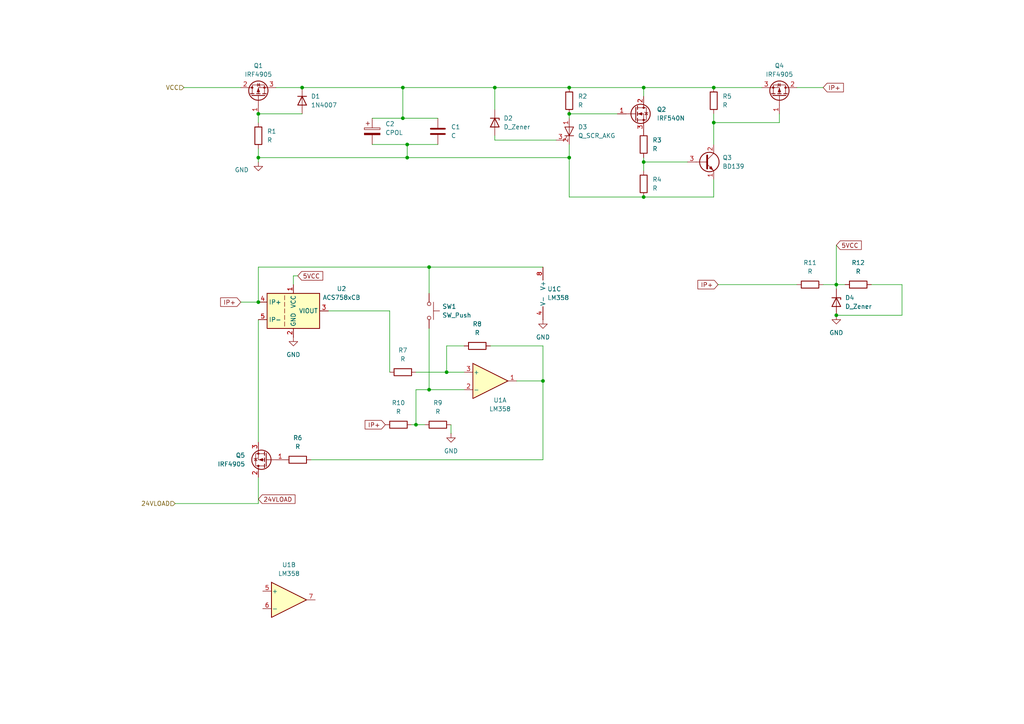
<source format=kicad_sch>
(kicad_sch (version 20250114) (generator "eeschema") (generator_version "9.0")
  (paper "A4")
  (lib_symbols
    (symbol "Amplifier_Operational:LM358" (pin_names (offset 0.127))
      (property "Reference" "U" (at 0 5.08 0))
      (property "Value" "LM358" (at 0 -5.08 0))
      (symbol "LM358_1_1"
        (polyline (pts (xy -5.08 5.08) (xy 5.08 0) (xy -5.08 -5.08) (xy -5.08 5.08)) (stroke (width 0.254)) (fill (type background)))
        (pin input line (at -7.62 2.54 0) (length 2.54) (name "+") (number "3"))
        (pin input line (at -7.62 -2.54 0) (length 2.54) (name "-") (number "2"))
        (pin output line (at 7.62 0 180) (length 2.54) (name "~") (number "1"))
      )
      (symbol "LM358_2_1"
        (polyline (pts (xy -5.08 5.08) (xy 5.08 0) (xy -5.08 -5.08) (xy -5.08 5.08)) (stroke (width 0.254)) (fill (type background)))
        (pin input line (at -7.62 2.54 0) (length 2.54) (name "+") (number "5"))
        (pin input line (at -7.62 -2.54 0) (length 2.54) (name "-") (number "6"))
        (pin output line (at 7.62 0 180) (length 2.54) (name "~") (number "7"))
      )
      (symbol "LM358_3_1"
        (pin power_in line (at -2.54 7.62 270) (length 3.81) (name "V+") (number "8"))
        (pin power_in line (at -2.54 -7.62 90) (length 3.81) (name "V-") (number "4"))
      )
    )
    (symbol "Device:C" (pin_numbers (hide yes)) (pin_names (offset 0.254))
      (property "Reference" "C" (at 0.635 2.54 0))
      (property "Value" "C" (at 0.635 -2.54 0))
      (symbol "C_0_1"
        (polyline (pts (xy -2.032 0.762) (xy 2.032 0.762)) (stroke (width 0.508)))
        (polyline (pts (xy -2.032 -0.762) (xy 2.032 -0.762)) (stroke (width 0.508)))
      )
      (symbol "C_1_1"
        (pin passive line (at 0 3.81 270) (length 2.794) (name "~") (number "1"))
        (pin passive line (at 0 -3.81 90) (length 2.794) (name "~") (number "2"))
      )
    )
    (symbol "Device:C_Polarized" (pin_numbers (hide yes)) (pin_names (offset 0.254))
      (property "Reference" "C" (at 0.635 2.54 0))
      (property "Value" "C_Polarized" (at 0.635 -2.54 0))
      (symbol "C_Polarized_0_1"
        (rectangle (start -2.286 0.508) (end 2.286 1.016))
        (polyline (pts (xy -1.778 2.286) (xy -0.762 2.286)))
        (polyline (pts (xy -1.27 2.794) (xy -1.27 1.778)))
        (rectangle (start 2.286 -0.508) (end -2.286 -1.016) (fill (type outline)))
      )
      (symbol "C_Polarized_1_1"
        (pin passive line (at 0 3.81 270) (length 2.794) (name "~") (number "1"))
        (pin passive line (at 0 -3.81 90) (length 2.794) (name "~") (number "2"))
      )
    )
    (symbol "Device:D_Zener" (pin_numbers (hide yes)) (pin_names (offset 1.016) (hide yes))
      (property "Reference" "D" (at 0 2.54 0))
      (property "Value" "D_Zener" (at 0 -2.54 0))
      (symbol "D_Zener_0_1"
        (polyline (pts (xy -1.27 -1.27) (xy -1.27 1.27) (xy -0.762 1.27)) (stroke (width 0.254)))
        (polyline (pts (xy 1.27 0) (xy -1.27 0)))
        (polyline (pts (xy 1.27 -1.27) (xy 1.27 1.27) (xy -1.27 0) (xy 1.27 -1.27)) (stroke (width 0.254)))
      )
      (symbol "D_Zener_1_1"
        (pin passive line (at -3.81 0 0) (length 2.54) (name "K") (number "1"))
        (pin passive line (at 3.81 0 180) (length 2.54) (name "A") (number "2"))
      )
    )
    (symbol "Device:Q_SCR_AKG" (pin_names (offset 0) (hide yes))
      (property "Reference" "D" (at 1.905 0.635 0))
      (property "Value" "Q_SCR_AKG" (at 1.905 -1.27 0))
      (symbol "Q_SCR_AKG_0_1"
        (polyline (pts (xy -1.27 1.27) (xy 1.27 1.27) (xy 0 -1.27) (xy -1.27 1.27)) (stroke (width 0.2032)))
        (polyline (pts (xy -1.27 -1.27) (xy 1.27 -1.27)) (stroke (width 0.2032)))
        (polyline (pts (xy -1.27 -2.54) (xy -0.635 -1.27)))
        (polyline (pts (xy 0 -2.54) (xy 0 2.54)))
      )
      (symbol "Q_SCR_AKG_1_1"
        (pin input line (at -3.81 -2.54 0) (length 2.54) (name "G") (number "3"))
        (pin passive line (at 0 3.81 270) (length 2.54) (name "A") (number "1"))
        (pin passive line (at 0 -3.81 90) (length 2.54) (name "K") (number "2"))
      )
    )
    (symbol "Device:R" (pin_numbers (hide yes)) (pin_names (offset 0))
      (property "Reference" "R" (at 2.032 0 90))
      (property "Value" "R" (at 0 0 90))
      (symbol "R_0_1"
        (rectangle (start -1.016 -2.54) (end 1.016 2.54) (stroke (width 0.254)))
      )
      (symbol "R_1_1"
        (pin passive line (at 0 3.81 270) (length 1.27) (name "~") (number "1"))
        (pin passive line (at 0 -3.81 90) (length 1.27) (name "~") (number "2"))
      )
    )
    (symbol "Diode:1N4007" (pin_numbers (hide yes)) (pin_names (hide yes))
      (property "Reference" "D" (at 0 2.54 0))
      (property "Value" "1N4007" (at 0 -2.54 0))
      (symbol "1N4007_0_1"
        (polyline (pts (xy -1.27 1.27) (xy -1.27 -1.27)) (stroke (width 0.254)))
        (polyline (pts (xy 1.27 1.27) (xy 1.27 -1.27) (xy -1.27 0) (xy 1.27 1.27)) (stroke (width 0.254)))
        (polyline (pts (xy 1.27 0) (xy -1.27 0)))
      )
      (symbol "1N4007_1_1"
        (pin passive line (at -3.81 0 0) (length 2.54) (name "K") (number "1"))
        (pin passive line (at 3.81 0 180) (length 2.54) (name "A") (number "2"))
      )
    )
    (symbol "Sensor_Current:ACS758xCB-050B-PFF"
      (property "Reference" "U" (at -7.62 6.35 0))
      (property "Value" "ACS758xCB-050B-PFF" (at 2.54 6.35 0))
      (symbol "ACS758xCB-050B-PFF_0_1"
        (rectangle (start -7.62 5.08) (end 7.62 -5.08) (stroke (width 0.254)) (fill (type background)))
        (polyline (pts (xy -2.54 3.175) (xy -2.54 4.445)))
        (polyline (pts (xy -2.54 1.27) (xy -2.54 2.54)))
        (polyline (pts (xy -2.54 0.635) (xy -2.54 -0.635)))
        (polyline (pts (xy -2.54 -1.27) (xy -2.54 -2.54)))
        (polyline (pts (xy -2.54 -3.175) (xy -2.54 -4.445)))
      )
      (symbol "ACS758xCB-050B-PFF_1_1"
        (pin passive line (at -10.16 2.54 0) (length 2.54) (name "IP+") (number "4"))
        (pin passive line (at -10.16 -2.54 0) (length 2.54) (name "IP-") (number "5"))
        (pin power_in line (at 0 7.62 270) (length 2.54) (name "VCC") (number "1"))
        (pin power_in line (at 0 -7.62 90) (length 2.54) (name "GND") (number "2"))
        (pin output line (at 10.16 0 180) (length 2.54) (name "VIOUT") (number "3"))
      )
    )
    (symbol "Switch:SW_Push" (pin_numbers (hide yes)) (pin_names (offset 1.016) (hide yes))
      (property "Reference" "SW" (at 1.27 2.54 0))
      (property "Value" "SW_Push" (at 0 -1.524 0))
      (symbol "SW_Push_0_1"
        (circle (center -2.032 0) (radius 0.508))
        (polyline (pts (xy 0 1.27) (xy 0 3.048)))
        (circle (center 2.032 0) (radius 0.508))
        (polyline (pts (xy 2.54 1.27) (xy -2.54 1.27)))
        (pin passive line (at -5.08 0 0) (length 2.54) (name "1") (number "1"))
        (pin passive line (at 5.08 0 180) (length 2.54) (name "2") (number "2"))
      )
    )
    (symbol "Transistor_BJT:BD139" (pin_names (offset 0) (hide yes))
      (property "Reference" "Q" (at 5.08 1.905 0))
      (property "Value" "BD139" (at 5.08 0 0))
      (symbol "BD139_0_1"
        (polyline (pts (xy -2.54 0) (xy 0.635 0)))
        (polyline (pts (xy 0.635 1.905) (xy 0.635 -1.905)) (stroke (width 0.508)))
        (circle (center 1.27 0) (radius 2.8194) (stroke (width 0.254)))
      )
      (symbol "BD139_1_1"
        (polyline (pts (xy 0.635 0.635) (xy 2.54 2.54)))
        (polyline (pts (xy 0.635 -0.635) (xy 2.54 -2.54)))
        (polyline (pts (xy 1.27 -1.778) (xy 1.778 -1.27) (xy 2.286 -2.286) (xy 1.27 -1.778)) (fill (type outline)))
        (pin input line (at -5.08 0 0) (length 2.54) (name "B") (number "3"))
        (pin passive line (at 2.54 5.08 270) (length 2.54) (name "C") (number "2"))
        (pin passive line (at 2.54 -5.08 90) (length 2.54) (name "E") (number "1"))
      )
    )
    (symbol "Transistor_FET:IRF4905" (pin_names (hide yes))
      (property "Reference" "Q" (at 5.08 1.905 0))
      (property "Value" "IRF4905" (at 5.08 0 0))
      (symbol "IRF4905_0_1"
        (polyline (pts (xy 0.254 1.905) (xy 0.254 -1.905)) (stroke (width 0.254)))
        (polyline (pts (xy 0.254 0) (xy -2.54 0)))
        (polyline (pts (xy 0.762 2.286) (xy 0.762 1.27)) (stroke (width 0.254)))
        (polyline (pts (xy 0.762 1.778) (xy 3.302 1.778) (xy 3.302 -1.778) (xy 0.762 -1.778)))
        (polyline (pts (xy 0.762 0.508) (xy 0.762 -0.508)) (stroke (width 0.254)))
        (polyline (pts (xy 0.762 -1.27) (xy 0.762 -2.286)) (stroke (width 0.254)))
        (circle (center 1.651 0) (radius 2.794) (stroke (width 0.254)))
        (polyline (pts (xy 2.286 0) (xy 1.27 0.381) (xy 1.27 -0.381) (xy 2.286 0)) (fill (type outline)))
        (polyline (pts (xy 2.54 2.54) (xy 2.54 1.778)))
        (circle (center 2.54 1.778) (radius 0.254) (fill (type outline)))
        (circle (center 2.54 -1.778) (radius 0.254) (fill (type outline)))
        (polyline (pts (xy 2.54 -2.54) (xy 2.54 0) (xy 0.762 0)))
        (polyline (pts (xy 2.794 -0.508) (xy 2.921 -0.381) (xy 3.683 -0.381) (xy 3.81 -0.254)))
        (polyline (pts (xy 3.302 -0.381) (xy 2.921 0.254) (xy 3.683 0.254) (xy 3.302 -0.381)))
      )
      (symbol "IRF4905_1_1"
        (pin input line (at -5.08 0 0) (length 2.54) (name "G") (number "1"))
        (pin passive line (at 2.54 5.08 270) (length 2.54) (name "D") (number "2"))
        (pin passive line (at 2.54 -5.08 90) (length 2.54) (name "S") (number "3"))
      )
    )
    (symbol "Transistor_FET:IRF540N" (pin_names (hide yes))
      (property "Reference" "Q" (at 5.08 1.905 0))
      (property "Value" "IRF540N" (at 5.08 0 0))
      (symbol "IRF540N_0_1"
        (polyline (pts (xy 0.254 1.905) (xy 0.254 -1.905)) (stroke (width 0.254)))
        (polyline (pts (xy 0.254 0) (xy -2.54 0)))
        (polyline (pts (xy 0.762 2.286) (xy 0.762 1.27)) (stroke (width 0.254)))
        (polyline (pts (xy 0.762 0.508) (xy 0.762 -0.508)) (stroke (width 0.254)))
        (polyline (pts (xy 0.762 -1.27) (xy 0.762 -2.286)) (stroke (width 0.254)))
        (polyline (pts (xy 0.762 -1.778) (xy 3.302 -1.778) (xy 3.302 1.778) (xy 0.762 1.778)))
        (polyline (pts (xy 1.016 0) (xy 2.032 0.381) (xy 2.032 -0.381) (xy 1.016 0)) (fill (type outline)))
        (circle (center 1.651 0) (radius 2.794) (stroke (width 0.254)))
        (polyline (pts (xy 2.54 2.54) (xy 2.54 1.778)))
        (circle (center 2.54 1.778) (radius 0.254) (fill (type outline)))
        (circle (center 2.54 -1.778) (radius 0.254) (fill (type outline)))
        (polyline (pts (xy 2.54 -2.54) (xy 2.54 0) (xy 0.762 0)))
        (polyline (pts (xy 2.794 0.508) (xy 2.921 0.381) (xy 3.683 0.381) (xy 3.81 0.254)))
        (polyline (pts (xy 3.302 0.381) (xy 2.921 -0.254) (xy 3.683 -0.254) (xy 3.302 0.381)))
      )
      (symbol "IRF540N_1_1"
        (pin input line (at -5.08 0 0) (length 2.54) (name "G") (number "1"))
        (pin passive line (at 2.54 5.08 270) (length 2.54) (name "D") (number "2"))
        (pin passive line (at 2.54 -5.08 90) (length 2.54) (name "S") (number "3"))
      )
    )
    (symbol "power:GND" (power) (pin_numbers (hide yes)) (pin_names (offset 0) (hide yes))
      (property "Value" "GND" (at 0 -3.81 0))
      (symbol "GND_0_1"
        (polyline (pts (xy 0 0) (xy 0 -1.27) (xy 1.27 -1.27) (xy 0 -2.54) (xy -1.27 -1.27) (xy 0 -1.27)))
      )
      (symbol "GND_1_1"
        (pin power_in line (at 0 0 270) (length 0) (name "~") (number "1"))
      )
    )
  )
  (junction (at 116.84 25.4))
  (junction (at 74.93 33.02))
  (junction (at 118.11 41.91))
  (junction (at 165.1 45.72))
  (junction (at 74.93 45.72))
  (junction (at 165.1 25.4))
  (junction (at 165.1 33.02))
  (junction (at 74.93 87.63))
  (junction (at 186.69 57.15))
  (junction (at 207.01 35.56))
  (junction (at 120.65 123.19))
  (junction (at 129.54 107.95))
  (junction (at 207.01 25.4))
  (junction (at 242.57 91.44))
  (junction (at 124.46 77.47))
  (junction (at 87.63 25.4))
  (junction (at 143.51 25.4))
  (junction (at 186.69 46.99))
  (junction (at 157.48 110.49))
  (junction (at 186.69 25.4))
  (junction (at 118.11 45.72))
  (junction (at 124.46 113.03))
  (junction (at 242.57 82.55))
  (junction (at 116.84 34.29))
  (wire (pts (xy 261.62 91.44) (xy 242.57 91.44)))
  (wire (pts (xy 85.09 80.01) (xy 86.36 80.01)))
  (wire (pts (xy 116.84 34.29) (xy 116.84 25.4)))
  (wire (pts (xy 107.95 34.29) (xy 116.84 34.29)))
  (wire (pts (xy 186.69 46.99) (xy 186.69 45.72)))
  (wire (pts (xy 143.51 25.4) (xy 165.1 25.4)))
  (wire (pts (xy 120.65 123.19) (xy 123.19 123.19)))
  (wire (pts (xy 186.69 25.4) (xy 165.1 25.4)))
  (wire (pts (xy 69.85 87.63) (xy 74.93 87.63)))
  (wire (pts (xy 157.48 110.49) (xy 149.86 110.49)))
  (wire (pts (xy 242.57 71.12) (xy 242.57 82.55)))
  (wire (pts (xy 120.65 113.03) (xy 120.65 123.19)))
  (wire (pts (xy 186.69 46.99) (xy 199.39 46.99)))
  (wire (pts (xy 165.1 33.02) (xy 179.07 33.02)))
  (wire (pts (xy 207.01 25.4) (xy 220.98 25.4)))
  (wire (pts (xy 165.1 33.02) (xy 165.1 34.29)))
  (wire (pts (xy 119.38 123.19) (xy 120.65 123.19)))
  (wire (pts (xy 74.93 45.72) (xy 74.93 46.99)))
  (wire (pts (xy 143.51 25.4) (xy 116.84 25.4)))
  (wire (pts (xy 186.69 25.4) (xy 207.01 25.4)))
  (wire (pts (xy 129.54 107.95) (xy 134.62 107.95)))
  (wire (pts (xy 124.46 113.03) (xy 120.65 113.03)))
  (wire (pts (xy 74.93 77.47) (xy 74.93 87.63)))
  (wire (pts (xy 116.84 34.29) (xy 127 34.29)))
  (wire (pts (xy 157.48 133.35) (xy 157.48 110.49)))
  (wire (pts (xy 74.93 138.43) (xy 74.93 146.05)))
  (wire (pts (xy 113.03 107.95) (xy 113.03 90.17)))
  (wire (pts (xy 186.69 27.94) (xy 186.69 25.4)))
  (wire (pts (xy 113.03 90.17) (xy 95.25 90.17)))
  (wire (pts (xy 120.65 107.95) (xy 129.54 107.95)))
  (wire (pts (xy 252.73 82.55) (xy 261.62 82.55)))
  (wire (pts (xy 50.8 146.05) (xy 74.93 146.05)))
  (wire (pts (xy 186.69 57.15) (xy 165.1 57.15)))
  (wire (pts (xy 208.28 82.55) (xy 231.14 82.55)))
  (wire (pts (xy 87.63 33.02) (xy 74.93 33.02)))
  (wire (pts (xy 118.11 45.72) (xy 74.93 45.72)))
  (wire (pts (xy 134.62 113.03) (xy 124.46 113.03)))
  (wire (pts (xy 226.06 35.56) (xy 207.01 35.56)))
  (wire (pts (xy 143.51 31.75) (xy 143.51 25.4)))
  (wire (pts (xy 157.48 100.33) (xy 157.48 110.49)))
  (wire (pts (xy 165.1 45.72) (xy 118.11 45.72)))
  (wire (pts (xy 134.62 100.33) (xy 129.54 100.33)))
  (wire (pts (xy 85.09 82.55) (xy 85.09 80.01)))
  (wire (pts (xy 80.01 25.4) (xy 87.63 25.4)))
  (wire (pts (xy 118.11 41.91) (xy 127 41.91)))
  (wire (pts (xy 74.93 77.47) (xy 124.46 77.47)))
  (wire (pts (xy 207.01 57.15) (xy 186.69 57.15)))
  (wire (pts (xy 231.14 25.4) (xy 238.76 25.4)))
  (wire (pts (xy 242.57 82.55) (xy 242.57 83.82)))
  (wire (pts (xy 129.54 100.33) (xy 129.54 107.95)))
  (wire (pts (xy 157.48 77.47) (xy 124.46 77.47)))
  (wire (pts (xy 207.01 52.07) (xy 207.01 57.15)))
  (wire (pts (xy 242.57 82.55) (xy 245.11 82.55)))
  (wire (pts (xy 186.69 49.53) (xy 186.69 46.99)))
  (wire (pts (xy 124.46 95.25) (xy 124.46 113.03)))
  (wire (pts (xy 161.29 40.64) (xy 143.51 40.64)))
  (wire (pts (xy 124.46 77.47) (xy 124.46 85.09)))
  (wire (pts (xy 143.51 40.64) (xy 143.51 39.37)))
  (wire (pts (xy 238.76 82.55) (xy 242.57 82.55)))
  (wire (pts (xy 261.62 82.55) (xy 261.62 91.44)))
  (wire (pts (xy 74.93 33.02) (xy 74.93 35.56)))
  (wire (pts (xy 165.1 41.91) (xy 165.1 45.72)))
  (wire (pts (xy 74.93 92.71) (xy 74.93 128.27)))
  (wire (pts (xy 142.24 100.33) (xy 157.48 100.33)))
  (wire (pts (xy 116.84 25.4) (xy 87.63 25.4)))
  (wire (pts (xy 226.06 33.02) (xy 226.06 35.56)))
  (wire (pts (xy 165.1 57.15) (xy 165.1 45.72)))
  (wire (pts (xy 53.34 25.4) (xy 69.85 25.4)))
  (wire (pts (xy 118.11 41.91) (xy 118.11 45.72)))
  (wire (pts (xy 107.95 41.91) (xy 118.11 41.91)))
  (wire (pts (xy 207.01 35.56) (xy 207.01 41.91)))
  (wire (pts (xy 90.17 133.35) (xy 157.48 133.35)))
  (wire (pts (xy 74.93 43.18) (xy 74.93 45.72)))
  (wire (pts (xy 207.01 33.02) (xy 207.01 35.56)))
  (wire (pts (xy 130.81 123.19) (xy 130.81 125.73)))
  (global_label "IP+" (shape input) (at 208.28 82.55 180) (property "Intersheetrefs" "${INTERSHEET_REFS}" (effects (hide yes))))
  (global_label "IP+" (shape input) (at 238.76 25.4 0) (property "Intersheetrefs" "${INTERSHEET_REFS}" (effects (hide yes))))
  (global_label "5VCC" (shape input) (at 86.36 80.01 0) (property "Intersheetrefs" "${INTERSHEET_REFS}" (effects (hide yes))))
  (global_label "24VLOAD" (shape input) (at 74.93 144.78 0) (property "Intersheetrefs" "${INTERSHEET_REFS}" (effects (hide yes))))
  (global_label "IP+" (shape input) (at 69.85 87.63 180) (property "Intersheetrefs" "${INTERSHEET_REFS}" (effects (hide yes))))
  (global_label "5VCC" (shape input) (at 242.57 71.12 0) (property "Intersheetrefs" "${INTERSHEET_REFS}" (effects (hide yes))))
  (global_label "IP+" (shape input) (at 111.76 123.19 180) (property "Intersheetrefs" "${INTERSHEET_REFS}" (effects (hide yes))))
  (hierarchical_label "24VLOAD" (shape input) (at 50.8 146.05 180))
  (hierarchical_label "VCC" (shape input) (at 53.34 25.4 180))
  (symbol (lib_id "Device:C_Polarized") (at 107.95 38.1 0) (unit 1)
    (property "Reference" "C2" (at 111.76 35.9409 0) (effects (justify left)))
    (property "Value" "CPOL" (at 111.76 38.4809 0) (effects (justify left)))
    (property "Footprint" "Capacitor_SMD:C_0805_2012Metric_Pad1.18x1.45mm_HandSolder" (effects (hide yes)))
    (property "Description" "Polarized capacitor" (effects (hide yes)))
  )
  (symbol (lib_id "power:GND") (at 157.48 92.71 0) (unit 1)
    (property "Reference" "#PWR04" (effects (hide yes)))
    (property "Value" "GND" (at 157.48 97.79 0))
    (property "Description" "Power symbol creates a global label with name \"GND\" , ground" (effects (hide yes)))
  )
  (symbol (lib_id "power:GND") (at 130.81 125.73 0) (unit 1)
    (property "Reference" "#PWR05" (effects (hide yes)))
    (property "Value" "GND" (at 130.81 130.81 0))
    (property "Description" "Power symbol creates a global label with name \"GND\" , ground" (effects (hide yes)))
  )
  (symbol (lib_id "power:GND") (at 74.93 46.99 0) (unit 1)
    (property "Reference" "#PWR03" (effects (hide yes)))
    (property "Value" "GND" (at 70.104 49.276 0))
    (property "Description" "Power symbol creates a global label with name \"GND\" , ground" (effects (hide yes)))
  )
  (symbol (lib_id "Device:R") (at 248.92 82.55 90) (unit 1)
    (property "Reference" "R12" (at 248.92 76.2 90))
    (property "Value" "R" (at 248.92 78.74 90))
    (property "Footprint" "Resistor_SMD:R_0805_2012Metric" (effects (hide yes)))
    (property "Description" "Resistor" (effects (hide yes)))
  )
  (symbol (lib_id "Device:C") (at 127 38.1 0) (unit 1)
    (property "Reference" "C1" (at 130.81 36.8299 0) (effects (justify left)))
    (property "Value" "C" (at 130.81 39.3699 0) (effects (justify left)))
    (property "Footprint" "Capacitor_SMD:C_0805_2012Metric_Pad1.18x1.45mm_HandSolder" (effects (hide yes)))
    (property "Description" "Unpolarized capacitor" (effects (hide yes)))
  )
  (symbol (lib_id "Device:R") (at 115.57 123.19 90) (unit 1)
    (property "Reference" "R10" (at 115.57 116.84 90))
    (property "Value" "R" (at 115.57 119.38 90))
    (property "Footprint" "Resistor_SMD:R_0805_2012Metric" (effects (hide yes)))
    (property "Description" "Resistor" (effects (hide yes)))
  )
  (symbol (lib_id "Transistor_BJT:BD139") (at 204.47 46.99 0) (unit 1)
    (property "Reference" "Q3" (at 209.55 45.7199 0) (effects (justify left)))
    (property "Value" "BD139" (at 209.55 48.2599 0) (effects (justify left)))
    (property "Footprint" "Package_TO_SOT_THT:TO-126-3_Vertical" (effects (hide yes)))
    (property "Datasheet" "http://www.st.com/internet/com/TECHNICAL_RESOURCES/TECHNICAL_LITERATURE/DATASHEET/CD00001225.pdf" (effects (hide yes)))
    (property "Description" "1.5A Ic, 80V Vce, Low Voltage Transistor, TO-126" (effects (hide yes)))
  )
  (symbol (lib_id "Device:R") (at 234.95 82.55 90) (unit 1)
    (property "Reference" "R11" (at 234.95 76.2 90))
    (property "Value" "R" (at 234.95 78.74 90))
    (property "Footprint" "Resistor_SMD:R_0805_2012Metric" (effects (hide yes)))
    (property "Description" "Resistor" (effects (hide yes)))
  )
  (symbol (lib_id "Device:D_Zener") (at 143.51 35.56 270) (unit 1)
    (property "Reference" "D2" (at 146.05 34.2899 90) (effects (justify left)))
    (property "Value" "D_Zener" (at 146.05 36.8299 90) (effects (justify left)))
    (property "Footprint" "Diode_SMD:D_0805_2012Metric" (effects (hide yes)))
    (property "Description" "Zener diode" (effects (hide yes)))
  )
  (symbol (lib_id "Device:R") (at 186.69 53.34 0) (unit 1)
    (property "Reference" "R4" (at 189.23 52.0699 0) (effects (justify left)))
    (property "Value" "R" (at 189.23 54.6099 0) (effects (justify left)))
    (property "Footprint" "Resistor_SMD:R_0805_2012Metric" (effects (hide yes)))
    (property "Description" "Resistor" (effects (hide yes)))
  )
  (symbol (lib_id "Switch:SW_Push") (at 124.46 90.17 270) (unit 1)
    (property "Reference" "SW1" (at 128.27 88.8999 90) (effects (justify left)))
    (property "Value" "SW_Push" (at 128.27 91.4399 90) (effects (justify left)))
    (property "Footprint" "Button_Switch_SMD:SW_Push_SPST_NO_Alps_SKRK" (effects (hide yes)))
    (property "Description" "Push button switch, generic, two pins" (effects (hide yes)))
  )
  (symbol (lib_id "Transistor_FET:IRF4905") (at 77.47 133.35 180) (unit 1)
    (property "Reference" "Q5" (at 71.12 132.0799 0) (effects (justify left)))
    (property "Value" "IRF4905" (at 71.12 134.6199 0) (effects (justify left)))
    (property "Footprint" "Package_TO_SOT_THT:TO-220-3_Vertical" (effects (hide yes)))
    (property "Datasheet" "http://www.infineon.com/dgdl/irf4905.pdf?fileId=5546d462533600a4015355e32165197c" (effects (hide yes)))
    (property "Description" "-74A Id, -55V Vds, Single P-Channel HEXFET Power MOSFET, 20mOhm Ron, TO-220AB" (effects (hide yes)))
  )
  (symbol (lib_id "Device:R") (at 186.69 41.91 0) (unit 1)
    (property "Reference" "R3" (at 189.23 40.6399 0) (effects (justify left)))
    (property "Value" "R" (at 189.23 43.1799 0) (effects (justify left)))
    (property "Footprint" "Resistor_SMD:R_0805_2012Metric" (effects (hide yes)))
    (property "Description" "Resistor" (effects (hide yes)))
  )
  (symbol (lib_id "Transistor_FET:IRF4905") (at 74.93 27.94 90) (unit 1)
    (property "Reference" "Q1" (at 74.93 19.05 90))
    (property "Value" "IRF4905" (at 74.93 21.59 90))
    (property "Footprint" "Package_TO_SOT_THT:TO-220-3_Vertical" (effects (hide yes)))
    (property "Datasheet" "http://www.infineon.com/dgdl/irf4905.pdf?fileId=5546d462533600a4015355e32165197c" (effects (hide yes)))
    (property "Description" "-74A Id, -55V Vds, Single P-Channel HEXFET Power MOSFET, 20mOhm Ron, TO-220AB" (effects (hide yes)))
  )
  (symbol (lib_id "Diode:1N4007") (at 87.63 29.21 270) (unit 1)
    (property "Reference" "D1" (at 90.17 27.9399 90) (effects (justify left)))
    (property "Value" "1N4007" (at 90.17 30.4799 90) (effects (justify left)))
    (property "Footprint" "Diode_THT:D_DO-41_SOD81_P10.16mm_Horizontal" (effects (hide yes)))
    (property "Datasheet" "http://www.vishay.com/docs/88503/1n4001.pdf" (effects (hide yes)))
    (property "Description" "1000V 1A General Purpose Rectifier Diode, DO-41" (effects (hide yes)))
    (property "Sim.Device" "D" (effects (hide yes)))
    (property "Sim.Pins" "1=K 2=A" (effects (hide yes)))
  )
  (symbol (lib_id "Amplifier_Operational:LM358") (at 142.24 110.49 0) (unit 1)
    (property "Reference" "U1" (at 145.034 116.078 0))
    (property "Value" "LM358" (at 145.034 118.618 0))
    (property "Datasheet" "http://www.ti.com/lit/ds/symlink/lm2904-n.pdf" (effects (hide yes)))
    (property "Description" "Low-Power, Dual Operational Amplifiers, DIP-8/SOIC-8/TO-99-8" (effects (hide yes)))
  )
  (symbol (lib_id "Transistor_FET:IRF540N") (at 184.15 33.02 0) (unit 1)
    (property "Reference" "Q2" (at 190.5 31.7499 0) (effects (justify left)))
    (property "Value" "IRF540N" (at 190.5 34.2899 0) (effects (justify left)))
    (property "Footprint" "Package_TO_SOT_THT:TO-220-3_Vertical" (effects (hide yes)))
    (property "Datasheet" "http://www.irf.com/product-info/datasheets/data/irf540n.pdf" (effects (hide yes)))
    (property "Description" "33A Id, 100V Vds, HEXFET N-Channel MOSFET, TO-220" (effects (hide yes)))
  )
  (symbol (lib_id "power:GND") (at 242.57 91.44 0) (unit 1)
    (property "Reference" "#PWR07" (effects (hide yes)))
    (property "Value" "GND" (at 242.57 96.52 0))
    (property "Description" "Power symbol creates a global label with name \"GND\" , ground" (effects (hide yes)))
  )
  (symbol (lib_id "Device:R") (at 207.01 29.21 0) (unit 1)
    (property "Reference" "R5" (at 209.55 27.9399 0) (effects (justify left)))
    (property "Value" "R" (at 209.55 30.4799 0) (effects (justify left)))
    (property "Footprint" "Resistor_SMD:R_0805_2012Metric" (effects (hide yes)))
    (property "Description" "Resistor" (effects (hide yes)))
  )
  (symbol (lib_id "Transistor_FET:IRF4905") (at 226.06 27.94 270) (mirror x) (unit 1)
    (property "Reference" "Q4" (at 226.06 19.05 90))
    (property "Value" "IRF4905" (at 226.06 21.59 90))
    (property "Footprint" "Package_TO_SOT_THT:TO-220-3_Vertical" (effects (hide yes)))
    (property "Datasheet" "http://www.infineon.com/dgdl/irf4905.pdf?fileId=5546d462533600a4015355e32165197c" (effects (hide yes)))
    (property "Description" "-74A Id, -55V Vds, Single P-Channel HEXFET Power MOSFET, 20mOhm Ron, TO-220AB" (effects (hide yes)))
  )
  (symbol (lib_id "Amplifier_Operational:LM358") (at 160.02 85.09 0) (unit 3)
    (property "Reference" "U1" (at 158.75 83.8199 0) (effects (justify left)))
    (property "Value" "LM358" (at 158.75 86.3599 0) (effects (justify left)))
    (property "Datasheet" "http://www.ti.com/lit/ds/symlink/lm2904-n.pdf" (effects (hide yes)))
    (property "Description" "Low-Power, Dual Operational Amplifiers, DIP-8/SOIC-8/TO-99-8" (effects (hide yes)))
  )
  (symbol (lib_id "Device:R") (at 86.36 133.35 90) (unit 1)
    (property "Reference" "R6" (at 86.36 127 90))
    (property "Value" "R" (at 86.36 129.54 90))
    (property "Footprint" "Resistor_SMD:R_0805_2012Metric" (effects (hide yes)))
    (property "Description" "Resistor" (effects (hide yes)))
  )
  (symbol (lib_id "Device:Q_SCR_AKG") (at 165.1 38.1 0) (unit 1)
    (property "Reference" "D3" (at 167.64 36.8299 0) (effects (justify left)))
    (property "Value" "Q_SCR_AKG" (at 167.64 39.3699 0) (effects (justify left)))
    (property "Footprint" "Package_TO_SOT_SMD:SOT-23-3" (effects (hide yes)))
    (property "Description" "Silicon controlled rectifier, anode/cathode/gate" (effects (hide yes)))
  )
  (symbol (lib_id "Device:R") (at 116.84 107.95 90) (unit 1)
    (property "Reference" "R7" (at 116.84 101.6 90))
    (property "Value" "R" (at 116.84 104.14 90))
    (property "Footprint" "Resistor_SMD:R_0805_2012Metric" (effects (hide yes)))
    (property "Description" "Resistor" (effects (hide yes)))
  )
  (symbol (lib_id "Amplifier_Operational:LM358") (at 83.82 173.99 0) (unit 2)
    (property "Reference" "U1" (at 83.82 163.83 0))
    (property "Value" "LM358" (at 83.82 166.37 0))
    (property "Datasheet" "http://www.ti.com/lit/ds/symlink/lm2904-n.pdf" (effects (hide yes)))
    (property "Description" "Low-Power, Dual Operational Amplifiers, DIP-8/SOIC-8/TO-99-8" (effects (hide yes)))
  )
  (symbol (lib_id "Device:D_Zener") (at 242.57 87.63 270) (unit 1)
    (property "Reference" "D4" (at 245.11 86.3599 90) (effects (justify left)))
    (property "Value" "D_Zener" (at 245.11 88.8999 90) (effects (justify left)))
    (property "Footprint" "Diode_SMD:D_0805_2012Metric" (effects (hide yes)))
    (property "Description" "Zener diode" (effects (hide yes)))
  )
  (symbol (lib_id "Device:R") (at 74.93 39.37 0) (unit 1)
    (property "Reference" "R1" (at 77.47 38.0999 0) (effects (justify left)))
    (property "Value" "R" (at 77.47 40.6399 0) (effects (justify left)))
    (property "Footprint" "Resistor_SMD:R_0805_2012Metric" (effects (hide yes)))
    (property "Description" "Resistor" (effects (hide yes)))
  )
  (symbol (lib_id "power:GND") (at 85.09 97.79 0) (unit 1)
    (property "Reference" "#PWR06" (effects (hide yes)))
    (property "Value" "GND" (at 85.09 102.87 0))
    (property "Description" "Power symbol creates a global label with name \"GND\" , ground" (effects (hide yes)))
  )
  (symbol (lib_id "Device:R") (at 127 123.19 90) (unit 1)
    (property "Reference" "R9" (at 127 116.84 90))
    (property "Value" "R" (at 127 119.38 90))
    (property "Footprint" "Resistor_SMD:R_0805_2012Metric" (effects (hide yes)))
    (property "Description" "Resistor" (effects (hide yes)))
  )
  (symbol (lib_id "Device:R") (at 138.43 100.33 90) (unit 1)
    (property "Reference" "R8" (at 138.43 93.98 90))
    (property "Value" "R" (at 138.43 96.52 90))
    (property "Footprint" "Resistor_SMD:R_0805_2012Metric" (effects (hide yes)))
    (property "Description" "Resistor" (effects (hide yes)))
  )
  (symbol (lib_id "Sensor_Current:ACS758xCB-050B-PFF") (at 85.09 90.17 0) (unit 1)
    (property "Reference" "U2" (at 99.06 83.7498 0))
    (property "Value" "ACS758xCB" (at 99.06 86.2898 0))
    (property "Footprint" "Sensor_Current:Allegro_CB_PFF" (effects (hide yes)))
    (property "Datasheet" "http://www.allegromicro.com/~/media/Files/Datasheets/ACS758-Datasheet.ashx?la=en" (effects (hide yes)))
    (property "Description" "±50A Bidirectional Hall-Effect Current Sensor, +5.0V supply, 40mV/A, CB-5 PFF" (effects (hide yes)))
  )
  (symbol (lib_id "Device:R") (at 165.1 29.21 0) (unit 1)
    (property "Reference" "R2" (at 167.64 27.9399 0) (effects (justify left)))
    (property "Value" "R" (at 167.64 30.4799 0) (effects (justify left)))
    (property "Footprint" "Resistor_SMD:R_0805_2012Metric" (effects (hide yes)))
    (property "Description" "Resistor" (effects (hide yes)))
  )
)
</source>
